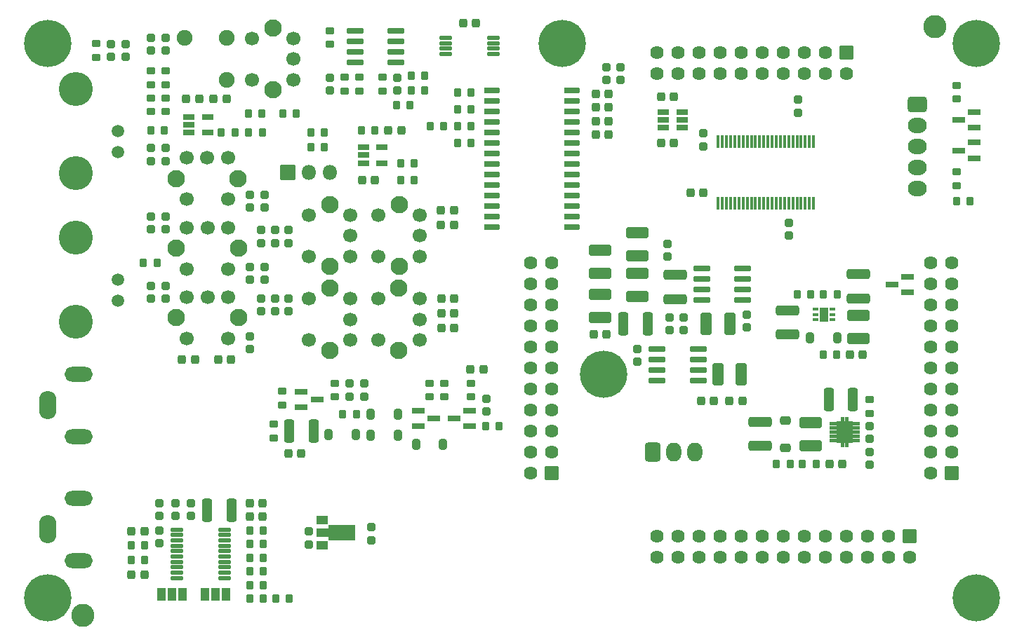
<source format=gts>
G04 #@! TF.GenerationSoftware,KiCad,Pcbnew,7.0.9*
G04 #@! TF.CreationDate,2024-07-18T06:31:55+01:00*
G04 #@! TF.ProjectId,dacattac-alpha,64616361-7474-4616-932d-616c7068612e,rev?*
G04 #@! TF.SameCoordinates,Original*
G04 #@! TF.FileFunction,Soldermask,Top*
G04 #@! TF.FilePolarity,Negative*
%FSLAX46Y46*%
G04 Gerber Fmt 4.6, Leading zero omitted, Abs format (unit mm)*
G04 Created by KiCad (PCBNEW 7.0.9) date 2024-07-18 06:31:55*
%MOMM*%
%LPD*%
G01*
G04 APERTURE LIST*
G04 Aperture macros list*
%AMRoundRect*
0 Rectangle with rounded corners*
0 $1 Rounding radius*
0 $2 $3 $4 $5 $6 $7 $8 $9 X,Y pos of 4 corners*
0 Add a 4 corners polygon primitive as box body*
4,1,4,$2,$3,$4,$5,$6,$7,$8,$9,$2,$3,0*
0 Add four circle primitives for the rounded corners*
1,1,$1+$1,$2,$3*
1,1,$1+$1,$4,$5*
1,1,$1+$1,$6,$7*
1,1,$1+$1,$8,$9*
0 Add four rect primitives between the rounded corners*
20,1,$1+$1,$2,$3,$4,$5,0*
20,1,$1+$1,$4,$5,$6,$7,0*
20,1,$1+$1,$6,$7,$8,$9,0*
20,1,$1+$1,$8,$9,$2,$3,0*%
%AMFreePoly0*
4,1,21,3.897855,0.901855,3.912500,0.866500,3.912500,-0.866500,3.897855,-0.901855,3.862500,-0.916500,0.737500,-0.916500,0.702145,-0.901855,0.687500,-0.866500,0.687500,-0.500000,-0.737500,-0.500000,-0.772855,-0.485355,-0.787500,-0.450000,-0.787500,0.450000,-0.772855,0.485355,-0.737500,0.500000,0.687500,0.500000,0.687500,0.866500,0.702145,0.901855,0.737500,0.916500,3.862500,0.916500,
3.897855,0.901855,3.897855,0.901855,$1*%
G04 Aperture macros list end*
%ADD10C,0.010000*%
%ADD11RoundRect,0.275000X0.250000X-0.225000X0.250000X0.225000X-0.250000X0.225000X-0.250000X-0.225000X0*%
%ADD12RoundRect,0.275000X-0.375000X0.225000X-0.375000X-0.225000X0.375000X-0.225000X0.375000X0.225000X0*%
%ADD13RoundRect,0.275000X-0.250000X0.225000X-0.250000X-0.225000X0.250000X-0.225000X0.250000X0.225000X0*%
%ADD14RoundRect,0.275000X0.225000X0.250000X-0.225000X0.250000X-0.225000X-0.250000X0.225000X-0.250000X0*%
%ADD15RoundRect,0.250000X0.200000X0.275000X-0.200000X0.275000X-0.200000X-0.275000X0.200000X-0.275000X0*%
%ADD16RoundRect,0.250000X0.275000X-0.200000X0.275000X0.200000X-0.275000X0.200000X-0.275000X-0.200000X0*%
%ADD17C,1.700000*%
%ADD18C,2.100000*%
%ADD19RoundRect,0.300000X0.325000X1.100000X-0.325000X1.100000X-0.325000X-1.100000X0.325000X-1.100000X0*%
%ADD20RoundRect,0.275000X-0.225000X-0.250000X0.225000X-0.250000X0.225000X0.250000X-0.225000X0.250000X0*%
%ADD21RoundRect,0.200000X0.512500X0.150000X-0.512500X0.150000X-0.512500X-0.150000X0.512500X-0.150000X0*%
%ADD22RoundRect,0.250000X-0.275000X0.200000X-0.275000X-0.200000X0.275000X-0.200000X0.275000X0.200000X0*%
%ADD23RoundRect,0.150000X-0.637500X-0.100000X0.637500X-0.100000X0.637500X0.100000X-0.637500X0.100000X0*%
%ADD24RoundRect,0.250000X-0.200000X-0.275000X0.200000X-0.275000X0.200000X0.275000X-0.200000X0.275000X0*%
%ADD25RoundRect,0.300000X-0.845000X0.620000X-0.845000X-0.620000X0.845000X-0.620000X0.845000X0.620000X0*%
%ADD26O,2.290000X1.840000*%
%ADD27RoundRect,0.200000X-0.825000X-0.150000X0.825000X-0.150000X0.825000X0.150000X-0.825000X0.150000X0*%
%ADD28RoundRect,0.050000X0.762000X-0.762000X0.762000X0.762000X-0.762000X0.762000X-0.762000X-0.762000X0*%
%ADD29C,1.624000*%
%ADD30RoundRect,0.300000X1.100000X-0.325000X1.100000X0.325000X-1.100000X0.325000X-1.100000X-0.325000X0*%
%ADD31RoundRect,0.200000X0.587500X0.150000X-0.587500X0.150000X-0.587500X-0.150000X0.587500X-0.150000X0*%
%ADD32RoundRect,0.300000X1.075000X-0.375000X1.075000X0.375000X-1.075000X0.375000X-1.075000X-0.375000X0*%
%ADD33RoundRect,0.050000X-0.500000X-0.750000X0.500000X-0.750000X0.500000X0.750000X-0.500000X0.750000X0*%
%ADD34RoundRect,0.125000X0.075000X-0.662500X0.075000X0.662500X-0.075000X0.662500X-0.075000X-0.662500X0*%
%ADD35RoundRect,0.275000X-0.225000X-0.375000X0.225000X-0.375000X0.225000X0.375000X-0.225000X0.375000X0*%
%ADD36C,2.800000*%
%ADD37O,2.100000X3.400000*%
%ADD38O,3.400000X1.800000*%
%ADD39RoundRect,0.050000X-0.650000X-0.450000X0.650000X-0.450000X0.650000X0.450000X-0.650000X0.450000X0*%
%ADD40FreePoly0,0.000000*%
%ADD41C,0.700000*%
%ADD42C,5.700000*%
%ADD43RoundRect,0.200000X-0.587500X-0.150000X0.587500X-0.150000X0.587500X0.150000X-0.587500X0.150000X0*%
%ADD44RoundRect,0.050000X0.762000X0.762000X-0.762000X0.762000X-0.762000X-0.762000X0.762000X-0.762000X0*%
%ADD45RoundRect,0.200000X-0.750000X-0.150000X0.750000X-0.150000X0.750000X0.150000X-0.750000X0.150000X0*%
%ADD46RoundRect,0.300000X-1.075000X0.375000X-1.075000X-0.375000X1.075000X-0.375000X1.075000X0.375000X0*%
%ADD47RoundRect,0.300000X-0.325000X-1.100000X0.325000X-1.100000X0.325000X1.100000X-0.325000X1.100000X0*%
%ADD48C,1.500000*%
%ADD49C,4.100000*%
%ADD50RoundRect,0.300000X-0.620000X-0.845000X0.620000X-0.845000X0.620000X0.845000X-0.620000X0.845000X0*%
%ADD51O,1.840000X2.290000*%
%ADD52RoundRect,0.200000X-0.512500X-0.150000X0.512500X-0.150000X0.512500X0.150000X-0.512500X0.150000X0*%
%ADD53RoundRect,0.300000X0.375000X1.075000X-0.375000X1.075000X-0.375000X-1.075000X0.375000X-1.075000X0*%
%ADD54RoundRect,0.050000X0.850000X-0.850000X0.850000X0.850000X-0.850000X0.850000X-0.850000X-0.850000X0*%
%ADD55O,1.800000X1.800000*%
%ADD56RoundRect,0.050000X-0.325000X-0.160000X0.325000X-0.160000X0.325000X0.160000X-0.325000X0.160000X0*%
%ADD57RoundRect,0.050000X0.500000X-0.800000X0.500000X0.800000X-0.500000X0.800000X-0.500000X-0.800000X0*%
%ADD58C,1.900000*%
%ADD59RoundRect,0.275000X0.225000X0.375000X-0.225000X0.375000X-0.225000X-0.375000X0.225000X-0.375000X0*%
G04 APERTURE END LIST*
G04 #@! TO.C,U11*
D10*
X181541000Y-115882000D02*
X180801000Y-115882000D01*
X180801000Y-115502000D01*
X181541000Y-115502000D01*
X181541000Y-115882000D01*
G36*
X181541000Y-115882000D02*
G01*
X180801000Y-115882000D01*
X180801000Y-115502000D01*
X181541000Y-115502000D01*
X181541000Y-115882000D01*
G37*
X181541000Y-115382000D02*
X180801000Y-115382000D01*
X180801000Y-115002000D01*
X181541000Y-115002000D01*
X181541000Y-115382000D01*
G36*
X181541000Y-115382000D02*
G01*
X180801000Y-115382000D01*
X180801000Y-115002000D01*
X181541000Y-115002000D01*
X181541000Y-115382000D01*
G37*
X181541000Y-114882000D02*
X180801000Y-114882000D01*
X180801000Y-114502000D01*
X181541000Y-114502000D01*
X181541000Y-114882000D01*
G36*
X181541000Y-114882000D02*
G01*
X180801000Y-114882000D01*
X180801000Y-114502000D01*
X181541000Y-114502000D01*
X181541000Y-114882000D01*
G37*
X181541000Y-114382000D02*
X180801000Y-114382000D01*
X180801000Y-114002000D01*
X181541000Y-114002000D01*
X181541000Y-114382000D01*
G36*
X181541000Y-114382000D02*
G01*
X180801000Y-114382000D01*
X180801000Y-114002000D01*
X181541000Y-114002000D01*
X181541000Y-114382000D01*
G37*
X181541000Y-113882000D02*
X180801000Y-113882000D01*
X180801000Y-113502000D01*
X181541000Y-113502000D01*
X181541000Y-113882000D01*
G36*
X181541000Y-113882000D02*
G01*
X180801000Y-113882000D01*
X180801000Y-113502000D01*
X181541000Y-113502000D01*
X181541000Y-113882000D01*
G37*
X178741000Y-115882000D02*
X178001000Y-115882000D01*
X178001000Y-115502000D01*
X178741000Y-115502000D01*
X178741000Y-115882000D01*
G36*
X178741000Y-115882000D02*
G01*
X178001000Y-115882000D01*
X178001000Y-115502000D01*
X178741000Y-115502000D01*
X178741000Y-115882000D01*
G37*
X178741000Y-115382000D02*
X178001000Y-115382000D01*
X178001000Y-115002000D01*
X178741000Y-115002000D01*
X178741000Y-115382000D01*
G36*
X178741000Y-115382000D02*
G01*
X178001000Y-115382000D01*
X178001000Y-115002000D01*
X178741000Y-115002000D01*
X178741000Y-115382000D01*
G37*
X178741000Y-114882000D02*
X178001000Y-114882000D01*
X178001000Y-114502000D01*
X178741000Y-114502000D01*
X178741000Y-114882000D01*
G36*
X178741000Y-114882000D02*
G01*
X178001000Y-114882000D01*
X178001000Y-114502000D01*
X178741000Y-114502000D01*
X178741000Y-114882000D01*
G37*
X178741000Y-114382000D02*
X178001000Y-114382000D01*
X178001000Y-114002000D01*
X178741000Y-114002000D01*
X178741000Y-114382000D01*
G36*
X178741000Y-114382000D02*
G01*
X178001000Y-114382000D01*
X178001000Y-114002000D01*
X178741000Y-114002000D01*
X178741000Y-114382000D01*
G37*
X178741000Y-113882000D02*
X178001000Y-113882000D01*
X178001000Y-113502000D01*
X178741000Y-113502000D01*
X178741000Y-113882000D01*
G36*
X178741000Y-113882000D02*
G01*
X178001000Y-113882000D01*
X178001000Y-113502000D01*
X178741000Y-113502000D01*
X178741000Y-113882000D01*
G37*
X179716000Y-113422000D02*
X179826000Y-113422000D01*
X179826000Y-112922000D01*
X180216000Y-112922000D01*
X180216000Y-113422000D01*
X180666000Y-113422000D01*
X180666000Y-115962000D01*
X180216000Y-115962000D01*
X180216000Y-116462000D01*
X179826000Y-116462000D01*
X179826000Y-115962000D01*
X179716000Y-115962000D01*
X179716000Y-116462000D01*
X179326000Y-116462000D01*
X179326000Y-115962000D01*
X178876000Y-115962000D01*
X178876000Y-113422000D01*
X179326000Y-113422000D01*
X179326000Y-112922000D01*
X179716000Y-112922000D01*
X179716000Y-113422000D01*
G36*
X179716000Y-113422000D02*
G01*
X179826000Y-113422000D01*
X179826000Y-112922000D01*
X180216000Y-112922000D01*
X180216000Y-113422000D01*
X180666000Y-113422000D01*
X180666000Y-115962000D01*
X180216000Y-115962000D01*
X180216000Y-116462000D01*
X179826000Y-116462000D01*
X179826000Y-115962000D01*
X179716000Y-115962000D01*
X179716000Y-116462000D01*
X179326000Y-116462000D01*
X179326000Y-115962000D01*
X178876000Y-115962000D01*
X178876000Y-113422000D01*
X179326000Y-113422000D01*
X179326000Y-112922000D01*
X179716000Y-112922000D01*
X179716000Y-113422000D01*
G37*
G04 #@! TD*
D11*
G04 #@! TO.C,C17*
X151069000Y-70652000D03*
X151069000Y-72202000D03*
G04 #@! TD*
D12*
G04 #@! TO.C,D2*
X172659000Y-113356000D03*
X172659000Y-116656000D03*
G04 #@! TD*
D13*
G04 #@! TO.C,C19*
X111064000Y-90350000D03*
X111064000Y-91900000D03*
G04 #@! TD*
D14*
G04 #@! TO.C,C88*
X151095000Y-102936000D03*
X149545000Y-102936000D03*
G04 #@! TD*
D15*
G04 #@! TO.C,R8*
X134749000Y-79822000D03*
X133099000Y-79822000D03*
G04 #@! TD*
G04 #@! TO.C,R17*
X97729000Y-78298000D03*
X96079000Y-78298000D03*
G04 #@! TD*
D11*
G04 #@! TO.C,C37*
X109794000Y-96358000D03*
X109794000Y-94808000D03*
G04 #@! TD*
D14*
G04 #@! TO.C,C13*
X151336000Y-77155000D03*
X149786000Y-77155000D03*
G04 #@! TD*
D15*
G04 #@! TO.C,R19*
X113667000Y-76266000D03*
X112017000Y-76266000D03*
G04 #@! TD*
D16*
G04 #@! TO.C,R62*
X193294000Y-84965000D03*
X193294000Y-83315000D03*
G04 #@! TD*
D17*
G04 #@! TO.C,L8*
X115168000Y-103618000D03*
X120168000Y-103618000D03*
X120168000Y-101118000D03*
X120168000Y-98618000D03*
X115168000Y-98618000D03*
D18*
X117668000Y-104868000D03*
X117668000Y-97368000D03*
G04 #@! TD*
D19*
G04 #@! TO.C,C68*
X180816000Y-110810000D03*
X177866000Y-110810000D03*
G04 #@! TD*
D20*
G04 #@! TO.C,C66*
X177993000Y-118557000D03*
X179543000Y-118557000D03*
G04 #@! TD*
D21*
G04 #@! TO.C,U3*
X160202000Y-77978000D03*
X160202000Y-77028000D03*
X160202000Y-76078000D03*
X157927000Y-76078000D03*
X157927000Y-77028000D03*
X157927000Y-77978000D03*
G04 #@! TD*
D22*
G04 #@! TO.C,R24*
X97856000Y-74362000D03*
X97856000Y-76012000D03*
G04 #@! TD*
D13*
G04 #@! TO.C,C67*
X182819000Y-113985000D03*
X182819000Y-115535000D03*
G04 #@! TD*
D23*
G04 #@! TO.C,U9*
X99243000Y-126513000D03*
X99243000Y-127163000D03*
X99243000Y-127813000D03*
X99243000Y-128463000D03*
X99243000Y-129113000D03*
X99243000Y-129763000D03*
X99243000Y-130413000D03*
X99243000Y-131063000D03*
X99243000Y-131713000D03*
X99243000Y-132363000D03*
X104968000Y-132363000D03*
X104968000Y-131713000D03*
X104968000Y-131063000D03*
X104968000Y-130413000D03*
X104968000Y-129763000D03*
X104968000Y-129113000D03*
X104968000Y-128463000D03*
X104968000Y-127813000D03*
X104968000Y-127163000D03*
X104968000Y-126513000D03*
G04 #@! TD*
D13*
G04 #@! TO.C,C29*
X109413000Y-98605000D03*
X109413000Y-100155000D03*
G04 #@! TD*
D11*
G04 #@! TO.C,C70*
X97856000Y-81981000D03*
X97856000Y-80431000D03*
G04 #@! TD*
G04 #@! TO.C,C50*
X93030000Y-69421000D03*
X93030000Y-67871000D03*
G04 #@! TD*
D24*
G04 #@! TO.C,R39*
X177260000Y-98110000D03*
X178910000Y-98110000D03*
G04 #@! TD*
D11*
G04 #@! TO.C,C40*
X96078000Y-90262000D03*
X96078000Y-88712000D03*
G04 #@! TD*
D20*
G04 #@! TO.C,C7*
X133771000Y-65344000D03*
X135321000Y-65344000D03*
G04 #@! TD*
D11*
G04 #@! TO.C,C58*
X99063000Y-124851000D03*
X99063000Y-123301000D03*
G04 #@! TD*
D15*
G04 #@! TO.C,R41*
X173230000Y-118557000D03*
X171580000Y-118557000D03*
G04 #@! TD*
D14*
G04 #@! TO.C,C14*
X151323000Y-73853000D03*
X149773000Y-73853000D03*
G04 #@! TD*
D25*
G04 #@! TO.C,J6*
X188595000Y-75123000D03*
D26*
X188595000Y-77663000D03*
X188595000Y-80203000D03*
X188595000Y-82743000D03*
X188595000Y-85283000D03*
G04 #@! TD*
D24*
G04 #@! TO.C,R33*
X108017000Y-128254000D03*
X109667000Y-128254000D03*
G04 #@! TD*
D27*
G04 #@! TO.C,U13*
X162564000Y-94935000D03*
X162564000Y-96205000D03*
X162564000Y-97475000D03*
X162564000Y-98745000D03*
X167514000Y-98745000D03*
X167514000Y-97475000D03*
X167514000Y-96205000D03*
X167514000Y-94935000D03*
G04 #@! TD*
D22*
G04 #@! TO.C,R48*
X118303000Y-108842000D03*
X118303000Y-110492000D03*
G04 #@! TD*
D28*
G04 #@! TO.C,P20*
X192740000Y-119699800D03*
D29*
X190200000Y-119699800D03*
X192740000Y-117159800D03*
X190200000Y-117159800D03*
X192740000Y-114619800D03*
X190200000Y-114619800D03*
X192740000Y-112079800D03*
X190200000Y-112079800D03*
X192740000Y-109539800D03*
X190200000Y-109539800D03*
X192740000Y-106999800D03*
X190200000Y-106999800D03*
X192740000Y-104459800D03*
X190200000Y-104459800D03*
X192740000Y-101919800D03*
X190200000Y-101919800D03*
X192740000Y-99379800D03*
X190200000Y-99379800D03*
X192740000Y-96839800D03*
X190200000Y-96839800D03*
X192740000Y-94299800D03*
X190200000Y-94299800D03*
G04 #@! TD*
D30*
G04 #@! TO.C,C63*
X172942000Y-102965000D03*
X172942000Y-100015000D03*
G04 #@! TD*
D20*
G04 #@! TO.C,C6*
X157660000Y-79822000D03*
X159210000Y-79822000D03*
G04 #@! TD*
D13*
G04 #@! TO.C,C65*
X182819000Y-117134000D03*
X182819000Y-118684000D03*
G04 #@! TD*
D20*
G04 #@! TO.C,C52*
X93780000Y-126730000D03*
X95330000Y-126730000D03*
G04 #@! TD*
D11*
G04 #@! TO.C,C34*
X108016000Y-104740000D03*
X108016000Y-103190000D03*
G04 #@! TD*
D31*
G04 #@! TO.C,Q1*
X195423000Y-81661000D03*
X195423000Y-79761000D03*
X193548000Y-80711000D03*
G04 #@! TD*
D13*
G04 #@! TO.C,C30*
X111064000Y-98605000D03*
X111064000Y-100155000D03*
G04 #@! TD*
D24*
G04 #@! TO.C,R15*
X104588000Y-78552000D03*
X106238000Y-78552000D03*
G04 #@! TD*
D11*
G04 #@! TO.C,C16*
X152720000Y-72202000D03*
X152720000Y-70652000D03*
G04 #@! TD*
D24*
G04 #@! TO.C,R6*
X125733000Y-75250000D03*
X127383000Y-75250000D03*
G04 #@! TD*
D14*
G04 #@! TO.C,C22*
X123129000Y-84267000D03*
X121579000Y-84267000D03*
G04 #@! TD*
D20*
G04 #@! TO.C,C28*
X131130000Y-102174000D03*
X132680000Y-102174000D03*
G04 #@! TD*
D13*
G04 #@! TO.C,C53*
X97158000Y-126603000D03*
X97158000Y-128153000D03*
G04 #@! TD*
D14*
G04 #@! TO.C,C3*
X162766000Y-85791000D03*
X161216000Y-85791000D03*
G04 #@! TD*
D11*
G04 #@! TO.C,C1*
X174183000Y-76139000D03*
X174183000Y-74589000D03*
G04 #@! TD*
D24*
G04 #@! TO.C,R5*
X129797000Y-77790000D03*
X131447000Y-77790000D03*
G04 #@! TD*
D11*
G04 #@! TO.C,C69*
X96078000Y-81981000D03*
X96078000Y-80431000D03*
G04 #@! TD*
G04 #@! TO.C,C47*
X91252000Y-69421000D03*
X91252000Y-67871000D03*
G04 #@! TD*
D15*
G04 #@! TO.C,R36*
X109667000Y-134858000D03*
X108017000Y-134858000D03*
G04 #@! TD*
D20*
G04 #@! TO.C,C74*
X162473000Y-110937000D03*
X164023000Y-110937000D03*
G04 #@! TD*
G04 #@! TO.C,C59*
X108067000Y-124952000D03*
X109617000Y-124952000D03*
G04 #@! TD*
D32*
G04 #@! TO.C,L16*
X175707000Y-116404000D03*
X175707000Y-113604000D03*
G04 #@! TD*
D14*
G04 #@! TO.C,C32*
X101412000Y-105984000D03*
X99862000Y-105984000D03*
G04 #@! TD*
D15*
G04 #@! TO.C,R12*
X127891000Y-84267000D03*
X126241000Y-84267000D03*
G04 #@! TD*
D33*
G04 #@! TO.C,JP3*
X97352000Y-134350000D03*
X98652000Y-134350000D03*
X99952000Y-134350000D03*
G04 #@! TD*
D20*
G04 #@! TO.C,C24*
X131117000Y-87950000D03*
X132667000Y-87950000D03*
G04 #@! TD*
D14*
G04 #@! TO.C,C12*
X151336000Y-78806000D03*
X149786000Y-78806000D03*
G04 #@! TD*
D13*
G04 #@! TO.C,C87*
X158689000Y-100904000D03*
X158689000Y-102454000D03*
G04 #@! TD*
D11*
G04 #@! TO.C,C48*
X96078000Y-68659000D03*
X96078000Y-67109000D03*
G04 #@! TD*
D30*
G04 #@! TO.C,C84*
X159324000Y-98696000D03*
X159324000Y-95746000D03*
G04 #@! TD*
D11*
G04 #@! TO.C,C54*
X100968000Y-124838000D03*
X100968000Y-123288000D03*
G04 #@! TD*
D34*
G04 #@! TO.C,U1*
X164556000Y-87103500D03*
X165056000Y-87103500D03*
X165556000Y-87103500D03*
X166056000Y-87103500D03*
X166556000Y-87103500D03*
X167056000Y-87103500D03*
X167556000Y-87103500D03*
X168056000Y-87103500D03*
X168556000Y-87103500D03*
X169056000Y-87103500D03*
X169556000Y-87103500D03*
X170056000Y-87103500D03*
X170556000Y-87103500D03*
X171056000Y-87103500D03*
X171556000Y-87103500D03*
X172056000Y-87103500D03*
X172556000Y-87103500D03*
X173056000Y-87103500D03*
X173556000Y-87103500D03*
X174056000Y-87103500D03*
X174556000Y-87103500D03*
X175056000Y-87103500D03*
X175556000Y-87103500D03*
X176056000Y-87103500D03*
X176056000Y-79678500D03*
X175556000Y-79678500D03*
X175056000Y-79678500D03*
X174556000Y-79678500D03*
X174056000Y-79678500D03*
X173556000Y-79678500D03*
X173056000Y-79678500D03*
X172556000Y-79678500D03*
X172056000Y-79678500D03*
X171556000Y-79678500D03*
X171056000Y-79678500D03*
X170556000Y-79678500D03*
X170056000Y-79678500D03*
X169556000Y-79678500D03*
X169056000Y-79678500D03*
X168556000Y-79678500D03*
X168056000Y-79678500D03*
X167556000Y-79678500D03*
X167056000Y-79678500D03*
X166556000Y-79678500D03*
X166056000Y-79678500D03*
X165556000Y-79678500D03*
X165056000Y-79678500D03*
X164556000Y-79678500D03*
G04 #@! TD*
D13*
G04 #@! TO.C,C20*
X109413000Y-90350000D03*
X109413000Y-91900000D03*
G04 #@! TD*
D35*
G04 #@! TO.C,D5*
X117542000Y-115001000D03*
X120842000Y-115001000D03*
G04 #@! TD*
D11*
G04 #@! TO.C,C2*
X162753000Y-80216000D03*
X162753000Y-78666000D03*
G04 #@! TD*
D15*
G04 #@! TO.C,R1*
X134749000Y-73726000D03*
X133099000Y-73726000D03*
G04 #@! TD*
D17*
G04 #@! TO.C,L9*
X123550000Y-93498000D03*
X128550000Y-93498000D03*
X128550000Y-90998000D03*
X128550000Y-88498000D03*
X123550000Y-88498000D03*
D18*
X126050000Y-94748000D03*
X126050000Y-87248000D03*
G04 #@! TD*
D35*
G04 #@! TO.C,D1*
X175611000Y-103317000D03*
X178911000Y-103317000D03*
G04 #@! TD*
D15*
G04 #@! TO.C,R34*
X109667000Y-129905000D03*
X108017000Y-129905000D03*
G04 #@! TD*
D32*
G04 #@! TO.C,L5*
X154752000Y-93414000D03*
X154752000Y-90614000D03*
G04 #@! TD*
D31*
G04 #@! TO.C,Q3*
X187391000Y-97856000D03*
X187391000Y-95956000D03*
X185516000Y-96906000D03*
G04 #@! TD*
D16*
G04 #@! TO.C,R23*
X121224000Y-73535000D03*
X121224000Y-71885000D03*
G04 #@! TD*
D24*
G04 #@! TO.C,R52*
X193295000Y-86807000D03*
X194945000Y-86807000D03*
G04 #@! TD*
D36*
G04 #@! TO.C,FID2*
X87910000Y-136845000D03*
G04 #@! TD*
D13*
G04 #@! TO.C,C60*
X122685000Y-126240000D03*
X122685000Y-127790000D03*
G04 #@! TD*
D15*
G04 #@! TO.C,R32*
X109667000Y-126603000D03*
X108017000Y-126603000D03*
G04 #@! TD*
D11*
G04 #@! TO.C,C38*
X108016000Y-96358000D03*
X108016000Y-94808000D03*
G04 #@! TD*
D14*
G04 #@! TO.C,C43*
X105222000Y-74488000D03*
X103672000Y-74488000D03*
G04 #@! TD*
D37*
G04 #@! TO.C,J4*
X83710000Y-126500000D03*
X83710000Y-111500000D03*
D38*
X87410000Y-107750000D03*
X87410000Y-115250000D03*
X87410000Y-122750000D03*
X87410000Y-130250000D03*
G04 #@! TD*
D39*
G04 #@! TO.C,U10*
X116798000Y-125388000D03*
D40*
X116885500Y-126888000D03*
D39*
X116798000Y-128388000D03*
G04 #@! TD*
D41*
G04 #@! TO.C,J11*
X81510000Y-134749800D03*
X82160000Y-133199800D03*
X82160000Y-136299800D03*
X83710000Y-132549800D03*
D42*
X83710000Y-134749800D03*
D41*
X83710000Y-136949800D03*
X85260000Y-133199800D03*
X85260000Y-136299800D03*
X85910000Y-134749800D03*
G04 #@! TD*
D20*
G04 #@! TO.C,C44*
X100370000Y-74488000D03*
X101920000Y-74488000D03*
G04 #@! TD*
D13*
G04 #@! TO.C,C21*
X125796000Y-71935000D03*
X125796000Y-73485000D03*
G04 #@! TD*
D15*
G04 #@! TO.C,R46*
X112815600Y-134858000D03*
X111165600Y-134858000D03*
G04 #@! TD*
D41*
G04 #@! TO.C,J13*
X148510000Y-107749800D03*
X149160000Y-106199800D03*
X149160000Y-109299800D03*
X150710000Y-105549800D03*
D42*
X150710000Y-107749800D03*
D41*
X150710000Y-109949800D03*
X152260000Y-106199800D03*
X152260000Y-109299800D03*
X152910000Y-107749800D03*
G04 #@! TD*
D43*
G04 #@! TO.C,Q5*
X128366000Y-112146000D03*
X128366000Y-114046000D03*
X130241000Y-113096000D03*
G04 #@! TD*
D17*
G04 #@! TO.C,L11*
X105436000Y-103404000D03*
X105436000Y-98404000D03*
X102936000Y-98404000D03*
X100436000Y-98404000D03*
X100436000Y-103404000D03*
D18*
X106686000Y-100904000D03*
X99186000Y-100904000D03*
G04 #@! TD*
D15*
G04 #@! TO.C,R4*
X134749000Y-77790000D03*
X133099000Y-77790000D03*
G04 #@! TD*
D17*
G04 #@! TO.C,L10*
X123510000Y-103618000D03*
X128510000Y-103618000D03*
X128510000Y-101118000D03*
X128510000Y-98618000D03*
X123510000Y-98618000D03*
D18*
X126010000Y-104868000D03*
X126010000Y-97368000D03*
G04 #@! TD*
D16*
G04 #@! TO.C,R27*
X96078000Y-76012000D03*
X96078000Y-74362000D03*
G04 #@! TD*
D11*
G04 #@! TO.C,C8*
X136591000Y-112270000D03*
X136591000Y-110720000D03*
G04 #@! TD*
D44*
G04 #@! TO.C,P30*
X180040000Y-68899800D03*
D29*
X180040000Y-71439800D03*
X177500000Y-68899800D03*
X177500000Y-71439800D03*
X174960000Y-68899800D03*
X174960000Y-71439800D03*
X172420000Y-68899800D03*
X172420000Y-71439800D03*
X169880000Y-68899800D03*
X169880000Y-71439800D03*
X167340000Y-68899800D03*
X167340000Y-71439800D03*
X164800000Y-68899800D03*
X164800000Y-71439800D03*
X162260000Y-68899800D03*
X162260000Y-71439800D03*
X159720000Y-68899800D03*
X159720000Y-71439800D03*
X157180000Y-68899800D03*
X157180000Y-71439800D03*
G04 #@! TD*
D45*
G04 #@! TO.C,U4*
X137278000Y-73472000D03*
X137278000Y-74742000D03*
X137278000Y-76012000D03*
X137278000Y-77282000D03*
X137278000Y-78552000D03*
X137278000Y-79822000D03*
X137278000Y-81092000D03*
X137278000Y-82362000D03*
X137278000Y-83632000D03*
X137278000Y-84902000D03*
X137278000Y-86172000D03*
X137278000Y-87442000D03*
X137278000Y-88712000D03*
X137278000Y-89982000D03*
X146878000Y-89982000D03*
X146878000Y-88712000D03*
X146878000Y-87442000D03*
X146878000Y-86172000D03*
X146878000Y-84902000D03*
X146878000Y-83632000D03*
X146878000Y-82362000D03*
X146878000Y-81092000D03*
X146878000Y-79822000D03*
X146878000Y-78552000D03*
X146878000Y-77282000D03*
X146878000Y-76012000D03*
X146878000Y-74742000D03*
X146878000Y-73472000D03*
G04 #@! TD*
D22*
G04 #@! TO.C,R3*
X124018000Y-71885000D03*
X124018000Y-73535000D03*
G04 #@! TD*
D15*
G04 #@! TO.C,R40*
X178847000Y-105349000D03*
X177197000Y-105349000D03*
G04 #@! TD*
G04 #@! TO.C,R14*
X117033000Y-78552000D03*
X115383000Y-78552000D03*
G04 #@! TD*
D17*
G04 #@! TO.C,L14*
X108310000Y-72162000D03*
X113310000Y-72162000D03*
X113310000Y-69662000D03*
X113310000Y-67162000D03*
X108310000Y-67162000D03*
D18*
X110810000Y-73412000D03*
X110810000Y-65912000D03*
G04 #@! TD*
D24*
G04 #@! TO.C,R16*
X107890000Y-78552000D03*
X109540000Y-78552000D03*
G04 #@! TD*
D46*
G04 #@! TO.C,L15*
X181451000Y-100644000D03*
X181451000Y-103444000D03*
G04 #@! TD*
D11*
G04 #@! TO.C,C9*
X121859000Y-110442000D03*
X121859000Y-108892000D03*
G04 #@! TD*
D13*
G04 #@! TO.C,C18*
X112715000Y-90350000D03*
X112715000Y-91900000D03*
G04 #@! TD*
D11*
G04 #@! TO.C,C35*
X96078000Y-98644000D03*
X96078000Y-97094000D03*
G04 #@! TD*
D47*
G04 #@! TO.C,C11*
X112813000Y-114620000D03*
X115763000Y-114620000D03*
G04 #@! TD*
D20*
G04 #@! TO.C,C15*
X149773000Y-75504000D03*
X151323000Y-75504000D03*
G04 #@! TD*
D15*
G04 #@! TO.C,R42*
X176342000Y-118557000D03*
X174692000Y-118557000D03*
G04 #@! TD*
D22*
G04 #@! TO.C,R61*
X193294000Y-72838000D03*
X193294000Y-74488000D03*
G04 #@! TD*
D48*
G04 #@! TO.C,J3*
X92160000Y-96330000D03*
D49*
X87080000Y-101410000D03*
D48*
X92160000Y-98870000D03*
D49*
X87080000Y-91250000D03*
G04 #@! TD*
D30*
G04 #@! TO.C,C64*
X181451000Y-98618000D03*
X181451000Y-95668000D03*
G04 #@! TD*
D11*
G04 #@! TO.C,C61*
X115128000Y-128298000D03*
X115128000Y-126748000D03*
G04 #@! TD*
D47*
G04 #@! TO.C,C55*
X102922000Y-124190000D03*
X105872000Y-124190000D03*
G04 #@! TD*
D16*
G04 #@! TO.C,R21*
X117668000Y-67883000D03*
X117668000Y-66233000D03*
G04 #@! TD*
D11*
G04 #@! TO.C,C73*
X160340000Y-102454000D03*
X160340000Y-100904000D03*
G04 #@! TD*
D20*
G04 #@! TO.C,C72*
X165902000Y-110937000D03*
X167452000Y-110937000D03*
G04 #@! TD*
D31*
G04 #@! TO.C,Q2*
X195423000Y-77978000D03*
X195423000Y-76078000D03*
X193548000Y-77028000D03*
G04 #@! TD*
D15*
G04 #@! TO.C,R7*
X129161000Y-71694000D03*
X127511000Y-71694000D03*
G04 #@! TD*
D23*
G04 #@! TO.C,U17*
X131697500Y-67100000D03*
X131697500Y-67750000D03*
X131697500Y-68400000D03*
X131697500Y-69050000D03*
X137422500Y-69050000D03*
X137422500Y-68400000D03*
X137422500Y-67750000D03*
X137422500Y-67100000D03*
G04 #@! TD*
D50*
G04 #@! TO.C,J1*
X156657000Y-117180000D03*
D51*
X159197000Y-117180000D03*
X161737000Y-117180000D03*
G04 #@! TD*
D19*
G04 #@! TO.C,C85*
X156051000Y-101666000D03*
X153101000Y-101666000D03*
G04 #@! TD*
D11*
G04 #@! TO.C,C77*
X158435000Y-93564000D03*
X158435000Y-92014000D03*
G04 #@! TD*
G04 #@! TO.C,C36*
X97856000Y-98644000D03*
X97856000Y-97094000D03*
G04 #@! TD*
D22*
G04 #@! TO.C,R31*
X134686000Y-108842000D03*
X134686000Y-110492000D03*
G04 #@! TD*
D20*
G04 #@! TO.C,C76*
X112689000Y-117287000D03*
X114239000Y-117287000D03*
G04 #@! TD*
G04 #@! TO.C,C75*
X134660000Y-107127000D03*
X136210000Y-107127000D03*
G04 #@! TD*
D24*
G04 #@! TO.C,R2*
X127511000Y-73472000D03*
X129161000Y-73472000D03*
G04 #@! TD*
D11*
G04 #@! TO.C,C78*
X154752000Y-106238000D03*
X154752000Y-104688000D03*
G04 #@! TD*
D52*
G04 #@! TO.C,U5*
X121732000Y-80330000D03*
X121732000Y-81280000D03*
X121732000Y-82230000D03*
X124007000Y-82230000D03*
X124007000Y-80330000D03*
G04 #@! TD*
D13*
G04 #@! TO.C,C45*
X117668000Y-71935000D03*
X117668000Y-73485000D03*
G04 #@! TD*
D16*
G04 #@! TO.C,R28*
X89474000Y-69471000D03*
X89474000Y-67821000D03*
G04 #@! TD*
D53*
G04 #@! TO.C,L18*
X167325000Y-107762000D03*
X164525000Y-107762000D03*
G04 #@! TD*
D11*
G04 #@! TO.C,C56*
X97158000Y-124838000D03*
X97158000Y-123288000D03*
G04 #@! TD*
D17*
G04 #@! TO.C,L7*
X115168000Y-93498000D03*
X120168000Y-93498000D03*
X120168000Y-90998000D03*
X120168000Y-88498000D03*
X115168000Y-88498000D03*
D18*
X117668000Y-94748000D03*
X117668000Y-87248000D03*
G04 #@! TD*
D48*
G04 #@! TO.C,J2*
X92160000Y-78330000D03*
D49*
X87080000Y-83410000D03*
D48*
X92160000Y-80870000D03*
D49*
X87080000Y-73250000D03*
G04 #@! TD*
D53*
G04 #@! TO.C,L17*
X165928000Y-101666000D03*
X163128000Y-101666000D03*
G04 #@! TD*
D20*
G04 #@! TO.C,C26*
X131130000Y-98618000D03*
X132680000Y-98618000D03*
G04 #@! TD*
D35*
G04 #@! TO.C,D4*
X122623000Y-115128000D03*
X125923000Y-115128000D03*
G04 #@! TD*
D16*
G04 #@! TO.C,R25*
X96078000Y-72773000D03*
X96078000Y-71123000D03*
G04 #@! TD*
D22*
G04 #@! TO.C,R47*
X131511000Y-108842000D03*
X131511000Y-110492000D03*
G04 #@! TD*
D44*
G04 #@! TO.C,P22*
X187660000Y-127319800D03*
D29*
X187660000Y-129859800D03*
X185120000Y-127319800D03*
X185120000Y-129859800D03*
X182580000Y-127319800D03*
X182580000Y-129859800D03*
X180040000Y-127319800D03*
X180040000Y-129859800D03*
X177500000Y-127319800D03*
X177500000Y-129859800D03*
X174960000Y-127319800D03*
X174960000Y-129859800D03*
X172420000Y-127319800D03*
X172420000Y-129859800D03*
X169880000Y-127319800D03*
X169880000Y-129859800D03*
X167340000Y-127319800D03*
X167340000Y-129859800D03*
X164800000Y-127319800D03*
X164800000Y-129859800D03*
X162260000Y-127319800D03*
X162260000Y-129859800D03*
X159720000Y-127319800D03*
X159720000Y-129859800D03*
X157180000Y-127319800D03*
X157180000Y-129859800D03*
G04 #@! TD*
D22*
G04 #@! TO.C,R49*
X111953000Y-109795000D03*
X111953000Y-111445000D03*
G04 #@! TD*
D52*
G04 #@! TO.C,U7*
X100661000Y-76652000D03*
X100661000Y-77602000D03*
X100661000Y-78552000D03*
X102936000Y-78552000D03*
X102936000Y-76652000D03*
G04 #@! TD*
D54*
G04 #@! TO.C,JP1*
X112588000Y-83378000D03*
D55*
X115128000Y-83378000D03*
X117668000Y-83378000D03*
G04 #@! TD*
D43*
G04 #@! TO.C,Q6*
X114269000Y-109860000D03*
X114269000Y-111760000D03*
X116144000Y-110810000D03*
G04 #@! TD*
D24*
G04 #@! TO.C,R9*
X133099000Y-75758000D03*
X134749000Y-75758000D03*
G04 #@! TD*
D27*
G04 #@! TO.C,U14*
X157168000Y-104714000D03*
X157168000Y-105984000D03*
X157168000Y-107254000D03*
X157168000Y-108524000D03*
X162118000Y-108524000D03*
X162118000Y-107254000D03*
X162118000Y-105984000D03*
X162118000Y-104714000D03*
G04 #@! TD*
D11*
G04 #@! TO.C,C41*
X109794000Y-87595000D03*
X109794000Y-86045000D03*
G04 #@! TD*
D15*
G04 #@! TO.C,R43*
X138115000Y-114048000D03*
X136465000Y-114048000D03*
G04 #@! TD*
D41*
G04 #@! TO.C,J12*
X143510000Y-67749800D03*
X144160000Y-66199800D03*
X144160000Y-69299800D03*
X145710000Y-65549800D03*
D42*
X145710000Y-67749800D03*
D41*
X145710000Y-69949800D03*
X147260000Y-66199800D03*
X147260000Y-69299800D03*
X147910000Y-67749800D03*
G04 #@! TD*
D46*
G04 #@! TO.C,L22*
X150307000Y-98107000D03*
X150307000Y-100907000D03*
G04 #@! TD*
D11*
G04 #@! TO.C,C71*
X167960000Y-102073000D03*
X167960000Y-100523000D03*
G04 #@! TD*
D28*
G04 #@! TO.C,P28*
X144480000Y-119699800D03*
D29*
X141940000Y-119699800D03*
X144480000Y-117159800D03*
X141940000Y-117159800D03*
X144480000Y-114619800D03*
X141940000Y-114619800D03*
X144480000Y-112079800D03*
X141940000Y-112079800D03*
X144480000Y-109539800D03*
X141940000Y-109539800D03*
X144480000Y-106999800D03*
X141940000Y-106999800D03*
X144480000Y-104459800D03*
X141940000Y-104459800D03*
X144480000Y-101919800D03*
X141940000Y-101919800D03*
X144480000Y-99379800D03*
X141940000Y-99379800D03*
X144480000Y-96839800D03*
X141940000Y-96839800D03*
X144480000Y-94299800D03*
X141940000Y-94299800D03*
G04 #@! TD*
D16*
G04 #@! TO.C,R45*
X182819000Y-112461000D03*
X182819000Y-110811000D03*
G04 #@! TD*
D11*
G04 #@! TO.C,C39*
X97856000Y-90262000D03*
X97856000Y-88712000D03*
G04 #@! TD*
D17*
G04 #@! TO.C,L13*
X105396000Y-86626000D03*
X105396000Y-81626000D03*
X102896000Y-81626000D03*
X100396000Y-81626000D03*
X100396000Y-86626000D03*
D18*
X106646000Y-84126000D03*
X99146000Y-84126000D03*
G04 #@! TD*
D46*
G04 #@! TO.C,L21*
X154752000Y-95567000D03*
X154752000Y-98367000D03*
G04 #@! TD*
D15*
G04 #@! TO.C,R37*
X109667000Y-133207000D03*
X108017000Y-133207000D03*
G04 #@! TD*
D20*
G04 #@! TO.C,C25*
X131117000Y-89728000D03*
X132667000Y-89728000D03*
G04 #@! TD*
D15*
G04 #@! TO.C,R10*
X127891000Y-82235000D03*
X126241000Y-82235000D03*
G04 #@! TD*
D20*
G04 #@! TO.C,C27*
X131130000Y-100396000D03*
X132680000Y-100396000D03*
G04 #@! TD*
D13*
G04 #@! TO.C,C31*
X112715000Y-98605000D03*
X112715000Y-100155000D03*
G04 #@! TD*
D20*
G04 #@! TO.C,C51*
X93780000Y-131937000D03*
X95330000Y-131937000D03*
G04 #@! TD*
D56*
G04 #@! TO.C,U2*
X176313000Y-99873000D03*
X176313000Y-100523000D03*
X176313000Y-101173000D03*
X178363000Y-101173000D03*
X178363000Y-100523000D03*
X178363000Y-99873000D03*
D57*
X177338000Y-100523000D03*
G04 #@! TD*
D15*
G04 #@! TO.C,R13*
X117033000Y-80330000D03*
X115383000Y-80330000D03*
G04 #@! TD*
D16*
G04 #@! TO.C,R44*
X129733000Y-110492000D03*
X129733000Y-108842000D03*
G04 #@! TD*
D33*
G04 #@! TO.C,JP2*
X102619000Y-134350000D03*
X103919000Y-134350000D03*
X105219000Y-134350000D03*
G04 #@! TD*
D41*
G04 #@! TO.C,J15*
X193510000Y-134749800D03*
X194160000Y-133199800D03*
X194160000Y-136299800D03*
X195710000Y-132549800D03*
D42*
X195710000Y-134749800D03*
D41*
X195710000Y-136949800D03*
X197260000Y-133199800D03*
X197260000Y-136299800D03*
X197910000Y-134749800D03*
G04 #@! TD*
D58*
G04 #@! TO.C,C49*
X105222000Y-72202000D03*
X100142000Y-67122000D03*
X105222000Y-67122000D03*
G04 #@! TD*
D41*
G04 #@! TO.C,J14*
X193510000Y-67749800D03*
X194160000Y-66199800D03*
X194160000Y-69299800D03*
X195710000Y-65549800D03*
D42*
X195710000Y-67749800D03*
D41*
X195710000Y-69949800D03*
X197260000Y-66199800D03*
X197260000Y-69299800D03*
X197910000Y-67749800D03*
G04 #@! TD*
D20*
G04 #@! TO.C,C5*
X157660000Y-74234000D03*
X159210000Y-74234000D03*
G04 #@! TD*
D11*
G04 #@! TO.C,C46*
X97856000Y-68659000D03*
X97856000Y-67109000D03*
G04 #@! TD*
D24*
G04 #@! TO.C,R18*
X95190000Y-94300000D03*
X96840000Y-94300000D03*
G04 #@! TD*
D20*
G04 #@! TO.C,C33*
X104206000Y-105984000D03*
X105756000Y-105984000D03*
G04 #@! TD*
D15*
G04 #@! TO.C,R35*
X109667000Y-131556000D03*
X108017000Y-131556000D03*
G04 #@! TD*
D11*
G04 #@! TO.C,C42*
X108016000Y-87595000D03*
X108016000Y-86045000D03*
G04 #@! TD*
D16*
G04 #@! TO.C,R26*
X97856000Y-72773000D03*
X97856000Y-71123000D03*
G04 #@! TD*
G04 #@! TO.C,R51*
X110937000Y-115445000D03*
X110937000Y-113795000D03*
G04 #@! TD*
D11*
G04 #@! TO.C,C10*
X120081000Y-110442000D03*
X120081000Y-108892000D03*
G04 #@! TD*
D20*
G04 #@! TO.C,C57*
X108067000Y-123301000D03*
X109617000Y-123301000D03*
G04 #@! TD*
D59*
G04 #@! TO.C,D3*
X131383000Y-116207000D03*
X128083000Y-116207000D03*
G04 #@! TD*
D15*
G04 #@! TO.C,R50*
X120906000Y-112588000D03*
X119256000Y-112588000D03*
G04 #@! TD*
D17*
G04 #@! TO.C,L12*
X105436000Y-95022000D03*
X105436000Y-90022000D03*
X102936000Y-90022000D03*
X100436000Y-90022000D03*
X100436000Y-95022000D03*
D18*
X106686000Y-92522000D03*
X99186000Y-92522000D03*
G04 #@! TD*
D24*
G04 #@! TO.C,R20*
X107889000Y-76266000D03*
X109539000Y-76266000D03*
G04 #@! TD*
D46*
G04 #@! TO.C,L6*
X150307000Y-92776000D03*
X150307000Y-95576000D03*
G04 #@! TD*
D22*
G04 #@! TO.C,R22*
X119446000Y-71885000D03*
X119446000Y-73535000D03*
G04 #@! TD*
D27*
G04 #@! TO.C,U6*
X120719000Y-66233000D03*
X120719000Y-67503000D03*
X120719000Y-68773000D03*
X120719000Y-70043000D03*
X125669000Y-70043000D03*
X125669000Y-68773000D03*
X125669000Y-67503000D03*
X125669000Y-66233000D03*
G04 #@! TD*
D15*
G04 #@! TO.C,R29*
X95380000Y-128381000D03*
X93730000Y-128381000D03*
G04 #@! TD*
D30*
G04 #@! TO.C,C79*
X169611000Y-116427000D03*
X169611000Y-113477000D03*
G04 #@! TD*
D35*
G04 #@! TO.C,D6*
X122623000Y-112588000D03*
X125923000Y-112588000D03*
G04 #@! TD*
D15*
G04 #@! TO.C,R30*
X95380000Y-130159000D03*
X93730000Y-130159000D03*
G04 #@! TD*
D20*
G04 #@! TO.C,C62*
X180435000Y-105349000D03*
X181985000Y-105349000D03*
G04 #@! TD*
D15*
G04 #@! TO.C,R11*
X123129000Y-78298000D03*
X121479000Y-78298000D03*
G04 #@! TD*
D24*
G04 #@! TO.C,R38*
X174086000Y-98110000D03*
X175736000Y-98110000D03*
G04 #@! TD*
D13*
G04 #@! TO.C,C4*
X173040000Y-89474000D03*
X173040000Y-91024000D03*
G04 #@! TD*
D31*
G04 #@! TO.C,Q4*
X134559000Y-114043000D03*
X134559000Y-112143000D03*
X132684000Y-113093000D03*
G04 #@! TD*
D36*
G04 #@! TO.C,FID1*
X190710000Y-65749800D03*
G04 #@! TD*
D41*
G04 #@! TO.C,J10*
X81510000Y-67749800D03*
X82160000Y-66199800D03*
X82160000Y-69299800D03*
X83710000Y-65549800D03*
D42*
X83710000Y-67749800D03*
D41*
X83710000Y-69949800D03*
X85260000Y-66199800D03*
X85260000Y-69299800D03*
X85910000Y-67749800D03*
G04 #@! TD*
D20*
G04 #@! TO.C,C23*
X124767000Y-78298000D03*
X126317000Y-78298000D03*
G04 #@! TD*
M02*

</source>
